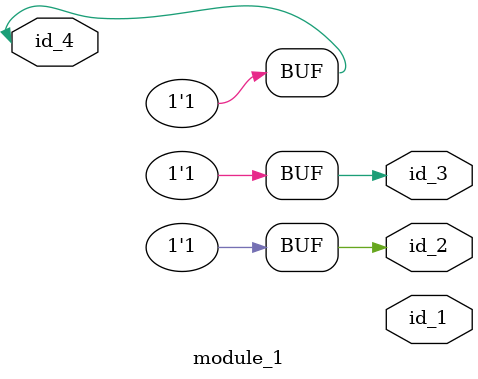
<source format=v>
module module_0 (
    id_1,
    id_2,
    id_3,
    id_4,
    id_5,
    id_6,
    id_7,
    id_8,
    id_9,
    id_10,
    id_11,
    id_12,
    id_13,
    id_14
);
  input wire id_14;
  output wire id_13;
  input wire id_12;
  inout wire id_11;
  input wire id_10;
  inout wire id_9;
  inout wire id_8;
  output wire id_7;
  inout wire id_6;
  input wire id_5;
  output wire id_4;
  inout wire id_3;
  output wire id_2;
  inout wire id_1;
endmodule
module module_1 (
    id_1,
    id_2,
    id_3,
    id_4
);
  inout wire id_4;
  output wire id_3;
  output wire id_2;
  output wire id_1;
  assign id_3 = id_4;
  always id_2 <= -1'b0;
  initial begin : LABEL_0
    #1 id_3 = -1;
  end
  assign id_2 = -1;
  module_0 modCall_1 (
      id_4,
      id_3,
      id_4,
      id_3,
      id_4,
      id_4,
      id_3,
      id_4,
      id_4,
      id_4,
      id_4,
      id_4,
      id_4,
      id_4
  );
  assign id_4 = id_4;
endmodule

</source>
